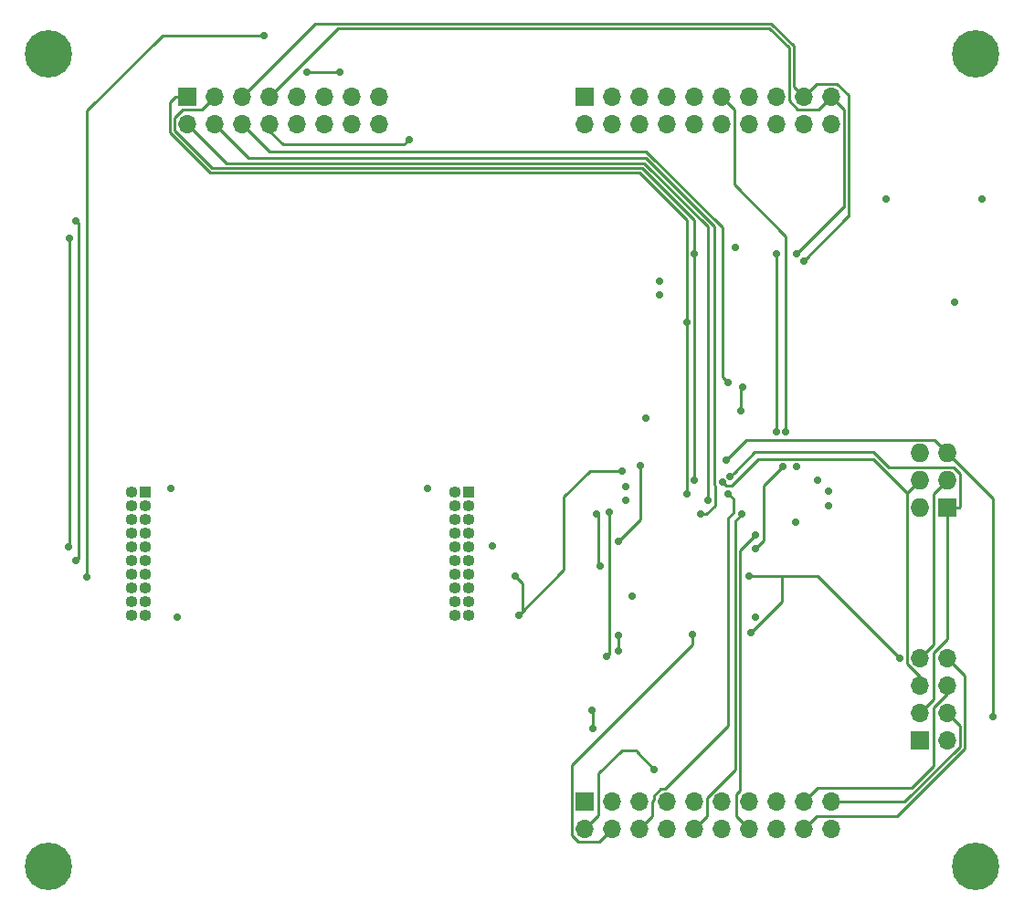
<source format=gbl>
G04 #@! TF.FileFunction,Copper,L4,Bot,Signal*
%FSLAX46Y46*%
G04 Gerber Fmt 4.6, Leading zero omitted, Abs format (unit mm)*
G04 Created by KiCad (PCBNEW 4.0.6) date Friday, August 25, 2017 'AMt' 01:12:18 AM*
%MOMM*%
%LPD*%
G01*
G04 APERTURE LIST*
%ADD10C,0.100000*%
%ADD11R,1.700000X1.700000*%
%ADD12O,1.700000X1.700000*%
%ADD13R,1.727200X1.727200*%
%ADD14O,1.727200X1.727200*%
%ADD15R,1.100000X1.100000*%
%ADD16O,1.100000X1.100000*%
%ADD17C,4.400000*%
%ADD18C,0.700000*%
%ADD19C,0.250000*%
G04 APERTURE END LIST*
D10*
D11*
X155702000Y-123698000D03*
D12*
X155702000Y-126238000D03*
X158242000Y-123698000D03*
X158242000Y-126238000D03*
X160782000Y-123698000D03*
X160782000Y-126238000D03*
X163322000Y-123698000D03*
X163322000Y-126238000D03*
X165862000Y-123698000D03*
X165862000Y-126238000D03*
X168402000Y-123698000D03*
X168402000Y-126238000D03*
X170942000Y-123698000D03*
X170942000Y-126238000D03*
X173482000Y-123698000D03*
X173482000Y-126238000D03*
X176022000Y-123698000D03*
X176022000Y-126238000D03*
X178562000Y-123698000D03*
X178562000Y-126238000D03*
D11*
X155702000Y-58293000D03*
D12*
X155702000Y-60833000D03*
X158242000Y-58293000D03*
X158242000Y-60833000D03*
X160782000Y-58293000D03*
X160782000Y-60833000D03*
X163322000Y-58293000D03*
X163322000Y-60833000D03*
X165862000Y-58293000D03*
X165862000Y-60833000D03*
X168402000Y-58293000D03*
X168402000Y-60833000D03*
X170942000Y-58293000D03*
X170942000Y-60833000D03*
X173482000Y-58293000D03*
X173482000Y-60833000D03*
X176022000Y-58293000D03*
X176022000Y-60833000D03*
X178562000Y-58293000D03*
X178562000Y-60833000D03*
D13*
X189357000Y-96393000D03*
D14*
X186817000Y-96393000D03*
X189357000Y-93853000D03*
X186817000Y-93853000D03*
X189357000Y-91313000D03*
X186817000Y-91313000D03*
D11*
X186817000Y-117983000D03*
D12*
X189357000Y-117983000D03*
X186817000Y-115443000D03*
X189357000Y-115443000D03*
X186817000Y-112903000D03*
X189357000Y-112903000D03*
X186817000Y-110363000D03*
X189357000Y-110363000D03*
D11*
X118872000Y-58293000D03*
D12*
X118872000Y-60833000D03*
X121412000Y-58293000D03*
X121412000Y-60833000D03*
X123952000Y-58293000D03*
X123952000Y-60833000D03*
X126492000Y-58293000D03*
X126492000Y-60833000D03*
X129032000Y-58293000D03*
X129032000Y-60833000D03*
X131572000Y-58293000D03*
X131572000Y-60833000D03*
X134112000Y-58293000D03*
X134112000Y-60833000D03*
X136652000Y-58293000D03*
X136652000Y-60833000D03*
D15*
X145000000Y-95000000D03*
D16*
X143730000Y-95000000D03*
X145000000Y-96270000D03*
X143730000Y-96270000D03*
X145000000Y-97540000D03*
X143730000Y-97540000D03*
X145000000Y-98810000D03*
X143730000Y-98810000D03*
X145000000Y-100080000D03*
X143730000Y-100080000D03*
X145000000Y-101350000D03*
X143730000Y-101350000D03*
X145000000Y-102620000D03*
X143730000Y-102620000D03*
X145000000Y-103890000D03*
X143730000Y-103890000D03*
X145000000Y-105160000D03*
X143730000Y-105160000D03*
X145000000Y-106430000D03*
X143730000Y-106430000D03*
D15*
X115000000Y-95000000D03*
D16*
X113730000Y-95000000D03*
X115000000Y-96270000D03*
X113730000Y-96270000D03*
X115000000Y-97540000D03*
X113730000Y-97540000D03*
X115000000Y-98810000D03*
X113730000Y-98810000D03*
X115000000Y-100080000D03*
X113730000Y-100080000D03*
X115000000Y-101350000D03*
X113730000Y-101350000D03*
X115000000Y-102620000D03*
X113730000Y-102620000D03*
X115000000Y-103890000D03*
X113730000Y-103890000D03*
X115000000Y-105160000D03*
X113730000Y-105160000D03*
X115000000Y-106430000D03*
X113730000Y-106430000D03*
D17*
X192000000Y-54300000D03*
X192000000Y-129700000D03*
X106000000Y-129700000D03*
X106000000Y-54300000D03*
D18*
X178309229Y-96224766D03*
X178296946Y-94905103D03*
X118000000Y-106600000D03*
X141200000Y-94600000D03*
X117400000Y-94600000D03*
X169672000Y-72263000D03*
X162687000Y-75438000D03*
X159512000Y-95758000D03*
X177292000Y-93853000D03*
X192532000Y-67818000D03*
X189992000Y-77343000D03*
X160147000Y-104648000D03*
X171577000Y-106553000D03*
X175320798Y-97803445D03*
X147200000Y-100000000D03*
X161417000Y-88138000D03*
X162687000Y-76708000D03*
X159512000Y-94488000D03*
X175387000Y-92583000D03*
X183642000Y-67818000D03*
X174382003Y-89408000D03*
X174117000Y-92583000D03*
X171577000Y-100203000D03*
X162185202Y-120705202D03*
X169037000Y-95123000D03*
X170307000Y-97028000D03*
X168836340Y-92034362D03*
X193597265Y-115801572D03*
X169223476Y-93512869D03*
X168472157Y-94008389D03*
X160850000Y-92490000D03*
X158870000Y-99500000D03*
X158880000Y-108220000D03*
X158880000Y-109680000D03*
X156390000Y-115210000D03*
X156500000Y-116890000D03*
X165730477Y-108192092D03*
X171150000Y-108030000D03*
X184912000Y-110363000D03*
X170942000Y-102743000D03*
X165227000Y-95123000D03*
X165186999Y-79248000D03*
X167132000Y-95758000D03*
X165862000Y-72898000D03*
X165862000Y-93853000D03*
X166497000Y-97028000D03*
X169000000Y-84800000D03*
X156800000Y-97000000D03*
X157200000Y-101800000D03*
X176023397Y-73534397D03*
X175387000Y-72898000D03*
X171577000Y-98933000D03*
X173482000Y-89408000D03*
X173482000Y-72898000D03*
X108000000Y-71400000D03*
X107920000Y-100080000D03*
X158000000Y-96800000D03*
X157800000Y-110200000D03*
X108600000Y-69800000D03*
X108600000Y-101350000D03*
X109600000Y-102800000D03*
X126000000Y-52600000D03*
X139500000Y-62250000D03*
X170400000Y-85200000D03*
X170200000Y-87400000D03*
X130000000Y-56000000D03*
X133000000Y-56000000D03*
X149250000Y-102750000D03*
X159200000Y-93000000D03*
X149600000Y-106400000D03*
D19*
X118000000Y-106600000D02*
X117800000Y-106400000D01*
X174382003Y-71258003D02*
X169577001Y-66453001D01*
X169577001Y-66453001D02*
X169577001Y-59468001D01*
X169577001Y-59468001D02*
X169251999Y-59142999D01*
X169251999Y-59142999D02*
X168402000Y-58293000D01*
X174382003Y-89408000D02*
X174382003Y-71258003D01*
X174382003Y-89408000D02*
X174382003Y-88913026D01*
X171577000Y-100203000D02*
X172327078Y-99452922D01*
X172327078Y-99452922D02*
X172327078Y-94372922D01*
X172327078Y-94372922D02*
X174117000Y-92583000D01*
X160510000Y-118890000D02*
X159159224Y-118890000D01*
X159159224Y-118890000D02*
X156972000Y-121077224D01*
X156972000Y-124968000D02*
X155702000Y-126238000D01*
X156972000Y-121077224D02*
X156972000Y-124968000D01*
X162185202Y-120705202D02*
X160510000Y-119030000D01*
X160510000Y-119030000D02*
X160510000Y-118890000D01*
X169037000Y-95123000D02*
X169514306Y-95600306D01*
X169514306Y-96874696D02*
X169037000Y-97352002D01*
X169514306Y-95600306D02*
X169514306Y-96874696D01*
X169037000Y-97352002D02*
X169037000Y-116629164D01*
X169037000Y-116629164D02*
X163143165Y-122522999D01*
X163143165Y-122522999D02*
X162757999Y-122522999D01*
X162757999Y-122522999D02*
X162146999Y-123133999D01*
X162146999Y-123133999D02*
X162146999Y-123519165D01*
X162146999Y-123519165D02*
X161957001Y-123709163D01*
X161957001Y-123709163D02*
X161957001Y-125062999D01*
X161957001Y-125062999D02*
X161631999Y-125388001D01*
X161631999Y-125388001D02*
X160782000Y-126238000D01*
X169672000Y-97663000D02*
X169672000Y-120688998D01*
X169672000Y-120688998D02*
X167037001Y-123323997D01*
X167037001Y-123323997D02*
X167037001Y-125062999D01*
X167037001Y-125062999D02*
X166711999Y-125388001D01*
X166711999Y-125388001D02*
X165862000Y-126238000D01*
X170307000Y-97028000D02*
X169672000Y-97663000D01*
X186014592Y-122428000D02*
X177292000Y-122428000D01*
X177292000Y-122428000D02*
X176022000Y-123698000D01*
X188087000Y-120355592D02*
X186014592Y-122428000D01*
X189357000Y-112903000D02*
X189357000Y-113703998D01*
X189357000Y-113703998D02*
X188087000Y-114973998D01*
X188087000Y-114973998D02*
X188087000Y-120355592D01*
X189357000Y-110363000D02*
X190982011Y-111988011D01*
X190982011Y-111988011D02*
X190982011Y-118733401D01*
X190982011Y-118733401D02*
X184652413Y-125062999D01*
X184652413Y-125062999D02*
X177197001Y-125062999D01*
X177197001Y-125062999D02*
X176871999Y-125388001D01*
X176871999Y-125388001D02*
X176022000Y-126238000D01*
X189357000Y-115443000D02*
X190532001Y-116618001D01*
X190532001Y-116618001D02*
X190532001Y-118547001D01*
X190532001Y-118547001D02*
X185381002Y-123698000D01*
X185381002Y-123698000D02*
X179764081Y-123698000D01*
X179764081Y-123698000D02*
X178562000Y-123698000D01*
X169186339Y-91684363D02*
X168836340Y-92034362D01*
X170746303Y-90124399D02*
X169186339Y-91684363D01*
X188168399Y-90124399D02*
X170746303Y-90124399D01*
X189357000Y-91313000D02*
X188168399Y-90124399D01*
X189357000Y-91313000D02*
X193597265Y-95553265D01*
X193597265Y-115306598D02*
X193597265Y-115801572D01*
X193597265Y-95553265D02*
X193597265Y-115306598D01*
X190545601Y-96317999D02*
X190545601Y-93282471D01*
X190545601Y-93282471D02*
X189927529Y-92664399D01*
X189927529Y-92664399D02*
X183887607Y-92664399D01*
X183887607Y-92664399D02*
X182471210Y-91248002D01*
X169573475Y-93162870D02*
X169223476Y-93512869D01*
X171488343Y-91248002D02*
X169573475Y-93162870D01*
X182471210Y-91248002D02*
X171488343Y-91248002D01*
X189357000Y-96393000D02*
X190470600Y-96393000D01*
X190470600Y-96393000D02*
X190545601Y-96317999D01*
X186817000Y-115443000D02*
X188087000Y-114173000D01*
X188087000Y-114173000D02*
X188087000Y-109893998D01*
X188087000Y-109893998D02*
X189357000Y-108623998D01*
X189357000Y-108623998D02*
X189357000Y-97506600D01*
X189357000Y-97506600D02*
X189357000Y-96393000D01*
X168822156Y-94358388D02*
X168472157Y-94008389D01*
X169376959Y-94358388D02*
X168822156Y-94358388D01*
X171827348Y-91907999D02*
X169376959Y-94358388D01*
X185628399Y-95041601D02*
X182494797Y-91907999D01*
X182494797Y-91907999D02*
X171827348Y-91907999D01*
X158870000Y-99500000D02*
X160850000Y-97520000D01*
X160850000Y-97520000D02*
X160850000Y-92490000D01*
X158880000Y-109680000D02*
X158880000Y-108220000D01*
X156500000Y-116890000D02*
X156500000Y-115320000D01*
X156500000Y-115320000D02*
X156390000Y-115210000D01*
X186817000Y-112903000D02*
X186817000Y-112102002D01*
X185953401Y-94716599D02*
X186817000Y-93853000D01*
X186817000Y-112102002D02*
X185628399Y-110913401D01*
X185628399Y-110913401D02*
X185628399Y-95041601D01*
X185628399Y-95041601D02*
X185953401Y-94716599D01*
X158242000Y-126238000D02*
X157066999Y-127413001D01*
X154526999Y-126802001D02*
X154526999Y-120309512D01*
X155137999Y-127413001D02*
X154526999Y-126802001D01*
X165730477Y-108687066D02*
X165730477Y-108192092D01*
X165730477Y-109106034D02*
X165730477Y-108687066D01*
X154526999Y-120309512D02*
X165730477Y-109106034D01*
X157066999Y-127413001D02*
X155137999Y-127413001D01*
X170942000Y-102743000D02*
X174030000Y-102743000D01*
X174030000Y-102743000D02*
X177292000Y-102743000D01*
X171150000Y-108030000D02*
X174030000Y-105150000D01*
X174030000Y-105150000D02*
X174030000Y-102743000D01*
X177292000Y-102743000D02*
X184912000Y-110363000D01*
X186817000Y-110363000D02*
X188087000Y-109093000D01*
X188087000Y-109093000D02*
X188087000Y-95123000D01*
X188087000Y-95123000D02*
X188493401Y-94716599D01*
X188493401Y-94716599D02*
X189357000Y-93853000D01*
X165227000Y-95123000D02*
X165227000Y-94217002D01*
X165227000Y-94217002D02*
X165186999Y-94177001D01*
X165186999Y-94177001D02*
X165186999Y-79248000D01*
X165186999Y-79248000D02*
X165186999Y-69763001D01*
X160782028Y-65358030D02*
X121021617Y-65358029D01*
X121021617Y-65358029D02*
X117246989Y-61583401D01*
X117246989Y-61583401D02*
X117246989Y-58818011D01*
X117246989Y-58818011D02*
X117772000Y-58293000D01*
X117772000Y-58293000D02*
X118872000Y-58293000D01*
X165186999Y-69763001D02*
X160782028Y-65358030D01*
X167132000Y-70359410D02*
X161230600Y-64458010D01*
X161230600Y-64458010D02*
X122497010Y-64458010D01*
X122497010Y-64458010D02*
X119721999Y-61682999D01*
X119721999Y-61682999D02*
X118872000Y-60833000D01*
X167132000Y-95758000D02*
X167132000Y-70359410D01*
X165862000Y-72898000D02*
X165862000Y-69725820D01*
X165862000Y-93853000D02*
X165862000Y-72898000D01*
X165862000Y-69725820D02*
X161044200Y-64908020D01*
X161044200Y-64908020D02*
X121208018Y-64908020D01*
X121208018Y-64908020D02*
X117696999Y-61397001D01*
X117696999Y-61397001D02*
X117696999Y-60268999D01*
X117696999Y-60268999D02*
X118497997Y-59468001D01*
X118497997Y-59468001D02*
X120236999Y-59468001D01*
X120236999Y-59468001D02*
X120562001Y-59142999D01*
X120562001Y-59142999D02*
X121412000Y-58293000D01*
X124587000Y-64008000D02*
X122261999Y-61682999D01*
X122261999Y-61682999D02*
X121412000Y-60833000D01*
X167807001Y-96212973D02*
X167807001Y-94342235D01*
X166991974Y-97028000D02*
X167807001Y-96212973D01*
X166497000Y-97028000D02*
X166991974Y-97028000D01*
X167719378Y-70310378D02*
X161417000Y-64008000D01*
X161417000Y-64008000D02*
X124587000Y-64008000D01*
X167719378Y-94254612D02*
X167719378Y-70310378D01*
X167807001Y-94342235D02*
X167719378Y-94254612D01*
X168482001Y-70436591D02*
X168482001Y-84282001D01*
X123952000Y-60833000D02*
X126492000Y-63373000D01*
X161418410Y-63373000D02*
X126492000Y-63373000D01*
X168482001Y-70436591D02*
X161418410Y-63373000D01*
X168482001Y-84282001D02*
X169000000Y-84800000D01*
X157000000Y-97200000D02*
X156800000Y-97000000D01*
X157000000Y-101600000D02*
X157000000Y-97200000D01*
X157200000Y-101800000D02*
X157000000Y-101600000D01*
X176023397Y-73534397D02*
X180147683Y-69410111D01*
X180147683Y-69410111D02*
X180187011Y-69410111D01*
X180187011Y-69410111D02*
X180187011Y-58179009D01*
X180187011Y-58179009D02*
X179126001Y-57117999D01*
X179126001Y-57117999D02*
X177197001Y-57117999D01*
X177197001Y-57117999D02*
X176871999Y-57443001D01*
X176871999Y-57443001D02*
X176022000Y-58293000D01*
X176022000Y-58293000D02*
X175107011Y-57378011D01*
X175107011Y-57378011D02*
X175107010Y-53566600D01*
X175107010Y-53566600D02*
X173033400Y-51492990D01*
X173033400Y-51492990D02*
X130752010Y-51492990D01*
X130752010Y-51492990D02*
X124801999Y-57443001D01*
X124801999Y-57443001D02*
X123952000Y-58293000D01*
X179737001Y-68587999D02*
X179697001Y-68587999D01*
X179697001Y-68587999D02*
X175387000Y-72898000D01*
X179737001Y-68587999D02*
X179737001Y-59468001D01*
X179737001Y-59468001D02*
X179411999Y-59142999D01*
X179411999Y-59142999D02*
X178562000Y-58293000D01*
X132842000Y-51943000D02*
X126492000Y-58293000D01*
X172847000Y-51943000D02*
X132842000Y-51943000D01*
X174657001Y-53753001D02*
X172847000Y-51943000D01*
X178562000Y-58293000D02*
X177386999Y-59468001D01*
X177386999Y-59468001D02*
X175457999Y-59468001D01*
X175457999Y-59468001D02*
X174657001Y-58667003D01*
X174657001Y-58667003D02*
X174657001Y-53753001D01*
X171577000Y-98933000D02*
X170122010Y-100387990D01*
X170122010Y-122612990D02*
X169766999Y-122968001D01*
X170122010Y-100387990D02*
X170122010Y-122612990D01*
X169766999Y-122968001D02*
X169766999Y-125062999D01*
X169766999Y-125062999D02*
X170092001Y-125388001D01*
X170092001Y-125388001D02*
X170942000Y-126238000D01*
X173482000Y-89408000D02*
X173482000Y-72898000D01*
X108000000Y-88600000D02*
X108000000Y-71400000D01*
X108000000Y-100000000D02*
X108000000Y-88600000D01*
X108000000Y-88600000D02*
X108000000Y-88400000D01*
X107920000Y-100080000D02*
X108000000Y-100000000D01*
X158000000Y-110000000D02*
X158000000Y-96800000D01*
X157800000Y-110200000D02*
X158000000Y-110000000D01*
X108800000Y-88600000D02*
X108800000Y-70000000D01*
X108800000Y-70000000D02*
X108600000Y-69800000D01*
X108800000Y-88400000D02*
X108800000Y-88600000D01*
X108800000Y-88600000D02*
X108800000Y-101150000D01*
X108800000Y-101150000D02*
X108600000Y-101350000D01*
X109600000Y-88200000D02*
X109600000Y-59600000D01*
X109600000Y-102800000D02*
X109600000Y-88200000D01*
X116600000Y-52600000D02*
X126000000Y-52600000D01*
X109600000Y-59600000D02*
X116600000Y-52600000D01*
X139000000Y-62750000D02*
X139500000Y-62250000D01*
X134250000Y-62750000D02*
X139000000Y-62750000D01*
X126492000Y-61492000D02*
X127750000Y-62750000D01*
X127750000Y-62750000D02*
X134000000Y-62750000D01*
X134000000Y-62750000D02*
X134250000Y-62750000D01*
X126492000Y-60833000D02*
X126492000Y-61492000D01*
X170400000Y-85200000D02*
X170200000Y-85400000D01*
X170200000Y-85400000D02*
X170200000Y-87400000D01*
X149600000Y-106400000D02*
X149949999Y-106050001D01*
X149949999Y-106050001D02*
X149949999Y-103449999D01*
X149949999Y-103449999D02*
X149599999Y-103099999D01*
X149599999Y-103099999D02*
X149250000Y-102750000D01*
X130000000Y-56000000D02*
X133000000Y-56000000D01*
X156200000Y-93000000D02*
X159200000Y-93000000D01*
X153800000Y-95400000D02*
X156200000Y-93000000D01*
X153800000Y-102200000D02*
X153800000Y-95400000D01*
X149600000Y-106400000D02*
X153800000Y-102200000D01*
M02*

</source>
